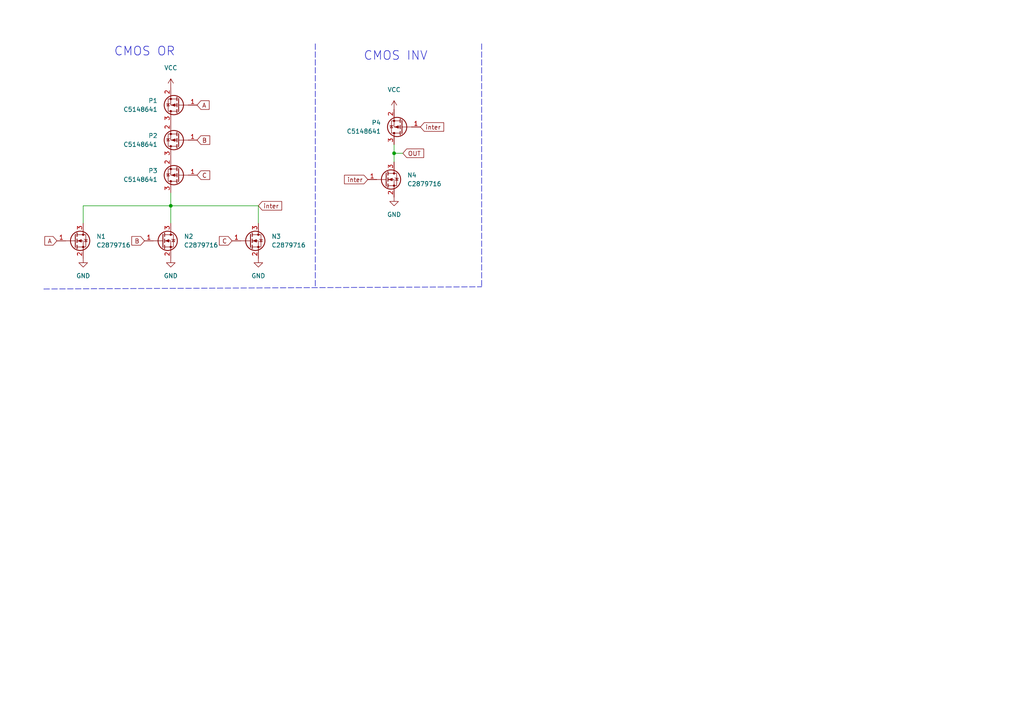
<source format=kicad_sch>
(kicad_sch (version 20211123) (generator eeschema)
  (paper "A4")
  (lib_symbols
    (symbol "Device:Q_NMOS_GSD" (pin_names (offset 0) hide)
      (property "Reference" "Q" (at 5.08 1.27 0))
      (property "Value" "Q_NMOS_GSD" (at 5.08 -1.27 0))
      (symbol "Q_NMOS_GSD_0_1"
        (polyline (pts (xy 0.254 0) (xy -2.54 0)))
        (polyline (pts (xy 0.254 1.905) (xy 0.254 -1.905)) (stroke (width 0.254)))
        (polyline (pts (xy 0.762 -1.27) (xy 0.762 -2.286)) (stroke (width 0.254)))
        (polyline (pts (xy 0.762 0.508) (xy 0.762 -0.508)) (stroke (width 0.254)))
        (polyline (pts (xy 0.762 2.286) (xy 0.762 1.27)) (stroke (width 0.254)))
        (polyline (pts (xy 2.54 2.54) (xy 2.54 1.778)))
        (polyline (pts (xy 2.54 -2.54) (xy 2.54 0) (xy 0.762 0)))
        (polyline (pts (xy 0.762 -1.778) (xy 3.302 -1.778) (xy 3.302 1.778) (xy 0.762 1.778)))
        (polyline (pts (xy 1.016 0) (xy 2.032 0.381) (xy 2.032 -0.381) (xy 1.016 0)) (fill (type outline)))
        (polyline (pts (xy 2.794 0.508) (xy 2.921 0.381) (xy 3.683 0.381) (xy 3.81 0.254)))
        (polyline (pts (xy 3.302 0.381) (xy 2.921 -0.254) (xy 3.683 -0.254) (xy 3.302 0.381)))
        (circle (center 1.651 0) (radius 2.794) (stroke (width 0.254)))
        (circle (center 2.54 -1.778) (radius 0.254) (fill (type outline)))
        (circle (center 2.54 1.778) (radius 0.254) (fill (type outline)))
      )
      (symbol "Q_NMOS_GSD_1_1"
        (pin input line (at -5.08 0 0) (length 2.54) (name "G") (number "1"))
        (pin passive line (at 2.54 -5.08 90) (length 2.54) (name "S") (number "2"))
        (pin passive line (at 2.54 5.08 270) (length 2.54) (name "D") (number "3"))
      )
    )
    (symbol "Device:Q_PMOS_GSD" (pin_names (offset 0) hide)
      (property "Reference" "Q" (at 5.08 1.27 0))
      (property "Value" "Q_PMOS_GSD" (at 5.08 -1.27 0))
      (symbol "Q_PMOS_GSD_0_1"
        (polyline (pts (xy 0.254 0) (xy -2.54 0)))
        (polyline (pts (xy 0.254 1.905) (xy 0.254 -1.905)) (stroke (width 0.254)))
        (polyline (pts (xy 0.762 -1.27) (xy 0.762 -2.286)) (stroke (width 0.254)))
        (polyline (pts (xy 0.762 0.508) (xy 0.762 -0.508)) (stroke (width 0.254)))
        (polyline (pts (xy 0.762 2.286) (xy 0.762 1.27)) (stroke (width 0.254)))
        (polyline (pts (xy 2.54 2.54) (xy 2.54 1.778)))
        (polyline (pts (xy 2.54 -2.54) (xy 2.54 0) (xy 0.762 0)))
        (polyline (pts (xy 0.762 1.778) (xy 3.302 1.778) (xy 3.302 -1.778) (xy 0.762 -1.778)))
        (polyline (pts (xy 2.286 0) (xy 1.27 0.381) (xy 1.27 -0.381) (xy 2.286 0)) (fill (type outline)))
        (polyline (pts (xy 2.794 -0.508) (xy 2.921 -0.381) (xy 3.683 -0.381) (xy 3.81 -0.254)))
        (polyline (pts (xy 3.302 -0.381) (xy 2.921 0.254) (xy 3.683 0.254) (xy 3.302 -0.381)))
        (circle (center 1.651 0) (radius 2.794) (stroke (width 0.254)))
        (circle (center 2.54 -1.778) (radius 0.254) (fill (type outline)))
        (circle (center 2.54 1.778) (radius 0.254) (fill (type outline)))
      )
      (symbol "Q_PMOS_GSD_1_1"
        (pin input line (at -5.08 0 0) (length 2.54) (name "G") (number "1"))
        (pin passive line (at 2.54 -5.08 90) (length 2.54) (name "S") (number "2"))
        (pin passive line (at 2.54 5.08 270) (length 2.54) (name "D") (number "3"))
      )
    )
    (symbol "power:GND" (power) (pin_names (offset 0))
      (property "Value" "GND" (at 0 -3.81 0))
      (symbol "GND_0_1"
        (polyline (pts (xy 0 0) (xy 0 -1.27) (xy 1.27 -1.27) (xy 0 -2.54) (xy -1.27 -1.27) (xy 0 -1.27)))
      )
      (symbol "GND_1_1"
        (pin power_in line (at 0 0 270) (length 0) hide (name "GND") (number "1"))
      )
    )
    (symbol "power:VCC" (power) (pin_names (offset 0))
      (property "Value" "VCC" (at 0 3.81 0))
      (symbol "VCC_0_1"
        (polyline (pts (xy -0.762 1.27) (xy 0 2.54)))
        (polyline (pts (xy 0 0) (xy 0 2.54)))
        (polyline (pts (xy 0 2.54) (xy 0.762 1.27)))
      )
      (symbol "VCC_1_1"
        (pin power_in line (at 0 0 90) (length 0) hide (name "VCC") (number "1"))
      )
    )
  )
  (junction (at 114.3 44.45))
  (junction (at 49.53 59.69))
  (wire (pts (xy 114.3 44.45) (xy 114.3 46.99)))
  (wire (pts (xy 49.53 64.77) (xy 49.53 59.69)))
  (polyline (pts (xy 91.44 12.7) (xy 91.44 83.185)))
  (wire (pts (xy 74.93 59.69) (xy 49.53 59.69)))
  (wire (pts (xy 24.13 59.69) (xy 49.53 59.69)))
  (wire (pts (xy 24.13 59.69) (xy 24.13 64.77)))
  (polyline (pts (xy 139.7 12.7) (xy 139.7 83.185)))
  (wire (pts (xy 114.3 44.45) (xy 116.84 44.45)))
  (polyline (pts (xy 12.7 83.82) (xy 139.7 83.185)))
  (wire (pts (xy 114.3 41.91) (xy 114.3 44.45)))
  (wire (pts (xy 74.93 64.77) (xy 74.93 59.69)))
  (wire (pts (xy 49.53 55.88) (xy 49.53 59.69)))
  (text "CMOS INV" (at 105.41 17.78 0) (effects (font (size 2.54 2.54)) (justify left bottom)))
  (text "CMOS OR" (at 33.02 16.51 0) (effects (font (size 2.54 2.54)) (justify left bottom)))
  (global_label "inter" (shape input) (at 74.93 59.69 0) (property "Intersheet References" "${INTERSHEET_REFS}" (effects hide)))
  (global_label "A" (shape input) (at 57.15 30.48 0) (property "Intersheet References" "${INTERSHEET_REFS}" (effects hide)))
  (global_label "inter" (shape input) (at 121.92 36.83 0) (property "Intersheet References" "${INTERSHEET_REFS}" (effects hide)))
  (global_label "C" (shape input) (at 57.15 50.8 0) (property "Intersheet References" "${INTERSHEET_REFS}" (effects hide)))
  (global_label "B" (shape input) (at 57.15 40.64 0) (property "Intersheet References" "${INTERSHEET_REFS}" (effects hide)))
  (global_label "C" (shape input) (at 67.31 69.85 180) (property "Intersheet References" "${INTERSHEET_REFS}" (effects hide)))
  (global_label "A" (shape input) (at 16.51 69.85 180) (property "Intersheet References" "${INTERSHEET_REFS}" (effects hide)))
  (global_label "B" (shape input) (at 41.91 69.85 180) (property "Intersheet References" "${INTERSHEET_REFS}" (effects hide)))
  (global_label "OUT" (shape input) (at 116.84 44.45 0) (property "Intersheet References" "${INTERSHEET_REFS}" (effects hide)))
  (global_label "inter" (shape input) (at 106.68 52.07 180) (property "Intersheet References" "${INTERSHEET_REFS}" (effects hide)))
  (symbol (lib_id "power:GND") (at 114.3 57.15 0) (unit 1)
    (property "Reference" "#PWR0106" (effects hide))
    (property "Value" "GND" (at 114.3 62.23 0))
  )
  (symbol (lib_id "power:VCC") (at 114.3 31.75 0) (unit 1)
    (property "Reference" "#PWR0103" (effects hide))
    (property "Value" "VCC" (at 114.3 26.035 0))
  )
  (symbol (lib_id "Device:Q_PMOS_GSD") (at 52.07 40.64 180) (unit 1)
    (property "Reference" "P2" (at 45.72 39.3699 0) (effects (justify left)))
    (property "Value" "C5148641" (at 45.72 41.9099 0) (effects (justify left)))
    (property "Footprint" "Package_TO_SOT_SMD:SOT-523" (effects hide))
  )
  (symbol (lib_id "Device:Q_NMOS_GSD") (at 46.99 69.85 0) (unit 1)
    (property "Reference" "N2" (at 53.34 68.5799 0) (effects (justify left)))
    (property "Value" "C2879716" (at 53.34 71.1199 0) (effects (justify left)))
    (property "Footprint" "Package_TO_SOT_SMD:SOT-523" (effects hide))
  )
  (symbol (lib_id "power:GND") (at 49.53 74.93 0) (unit 1)
    (property "Reference" "#PWR0102" (effects hide))
    (property "Value" "GND" (at 49.53 80.01 0))
  )
  (symbol (lib_id "power:VCC") (at 49.53 25.4 0) (unit 1)
    (property "Reference" "#PWR0104" (effects hide))
    (property "Value" "VCC" (at 49.53 19.685 0))
  )
  (symbol (lib_id "Device:Q_NMOS_GSD") (at 111.76 52.07 0) (unit 1)
    (property "Reference" "N4" (at 118.11 50.7999 0) (effects (justify left)))
    (property "Value" "C2879716" (at 118.11 53.3399 0) (effects (justify left)))
    (property "Footprint" "Package_TO_SOT_SMD:SOT-523" (effects hide))
  )
  (symbol (lib_id "Device:Q_NMOS_GSD") (at 72.39 69.85 0) (unit 1)
    (property "Reference" "N3" (at 78.74 68.5799 0) (effects (justify left)))
    (property "Value" "C2879716" (at 78.74 71.1199 0) (effects (justify left)))
    (property "Footprint" "Package_TO_SOT_SMD:SOT-523" (effects hide))
  )
  (symbol (lib_id "Device:Q_PMOS_GSD") (at 52.07 50.8 180) (unit 1)
    (property "Reference" "P3" (at 45.72 49.5299 0) (effects (justify left)))
    (property "Value" "C5148641" (at 45.72 52.0699 0) (effects (justify left)))
    (property "Footprint" "Package_TO_SOT_SMD:SOT-523" (effects hide))
  )
  (symbol (lib_id "power:GND") (at 74.93 74.93 0) (unit 1)
    (property "Reference" "#PWR0105" (effects hide))
    (property "Value" "GND" (at 74.93 80.01 0))
  )
  (symbol (lib_id "Device:Q_NMOS_GSD") (at 21.59 69.85 0) (unit 1)
    (property "Reference" "N1" (at 27.94 68.5799 0) (effects (justify left)))
    (property "Value" "C2879716" (at 27.94 71.1199 0) (effects (justify left)))
    (property "Footprint" "Package_TO_SOT_SMD:SOT-523" (effects hide))
  )
  (symbol (lib_id "Device:Q_PMOS_GSD") (at 52.07 30.48 180) (unit 1)
    (property "Reference" "P1" (at 45.72 29.2099 0) (effects (justify left)))
    (property "Value" "C5148641" (at 45.72 31.7499 0) (effects (justify left)))
    (property "Footprint" "Package_TO_SOT_SMD:SOT-523" (effects hide))
  )
  (symbol (lib_id "power:GND") (at 24.13 74.93 0) (unit 1)
    (property "Reference" "#PWR0101" (effects hide))
    (property "Value" "GND" (at 24.13 80.01 0))
  )
  (symbol (lib_id "Device:Q_PMOS_GSD") (at 116.84 36.83 180) (unit 1)
    (property "Reference" "P4" (at 110.49 35.5599 0) (effects (justify left)))
    (property "Value" "C5148641" (at 110.49 38.0999 0) (effects (justify left)))
    (property "Footprint" "Package_TO_SOT_SMD:SOT-523" (effects hide))
  )
)
</source>
